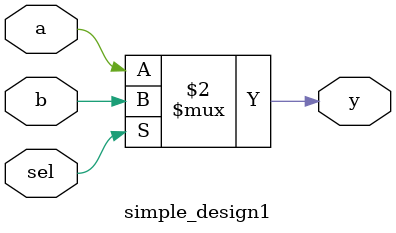
<source format=v>
`timescale 1ns/1ns

module simple_design1(a,b,y,sel);
input a,b, sel;
output y;

assign y = (~sel)? a: b;

endmodule

</source>
